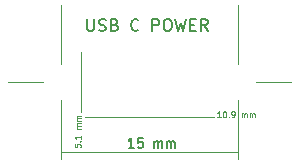
<source format=gbr>
G04 #@! TF.GenerationSoftware,KiCad,Pcbnew,5.1.5+dfsg1-2build2*
G04 #@! TF.CreationDate,2022-07-13T23:15:13-05:00*
G04 #@! TF.ProjectId,usb-c-power-panel,7573622d-632d-4706-9f77-65722d70616e,rev?*
G04 #@! TF.SameCoordinates,Original*
G04 #@! TF.FileFunction,Legend,Top*
G04 #@! TF.FilePolarity,Positive*
%FSLAX46Y46*%
G04 Gerber Fmt 4.6, Leading zero omitted, Abs format (unit mm)*
G04 Created by KiCad (PCBNEW 5.1.5+dfsg1-2build2) date 2022-07-13 23:15:13*
%MOMM*%
%LPD*%
G04 APERTURE LIST*
%ADD10C,0.120000*%
%ADD11C,0.125000*%
%ADD12C,0.150000*%
G04 APERTURE END LIST*
D10*
X105000000Y-113000000D02*
X120000000Y-113000000D01*
D11*
X118517516Y-110030390D02*
X118231801Y-110030390D01*
X118374659Y-110030390D02*
X118374659Y-109530390D01*
X118327040Y-109601819D01*
X118279420Y-109649438D01*
X118231801Y-109673247D01*
X118827040Y-109530390D02*
X118874659Y-109530390D01*
X118922278Y-109554200D01*
X118946087Y-109578009D01*
X118969897Y-109625628D01*
X118993706Y-109720866D01*
X118993706Y-109839914D01*
X118969897Y-109935152D01*
X118946087Y-109982771D01*
X118922278Y-110006580D01*
X118874659Y-110030390D01*
X118827040Y-110030390D01*
X118779420Y-110006580D01*
X118755611Y-109982771D01*
X118731801Y-109935152D01*
X118707992Y-109839914D01*
X118707992Y-109720866D01*
X118731801Y-109625628D01*
X118755611Y-109578009D01*
X118779420Y-109554200D01*
X118827040Y-109530390D01*
X119207992Y-109982771D02*
X119231801Y-110006580D01*
X119207992Y-110030390D01*
X119184182Y-110006580D01*
X119207992Y-109982771D01*
X119207992Y-110030390D01*
X119469897Y-110030390D02*
X119565135Y-110030390D01*
X119612754Y-110006580D01*
X119636563Y-109982771D01*
X119684182Y-109911342D01*
X119707992Y-109816104D01*
X119707992Y-109625628D01*
X119684182Y-109578009D01*
X119660373Y-109554200D01*
X119612754Y-109530390D01*
X119517516Y-109530390D01*
X119469897Y-109554200D01*
X119446087Y-109578009D01*
X119422278Y-109625628D01*
X119422278Y-109744676D01*
X119446087Y-109792295D01*
X119469897Y-109816104D01*
X119517516Y-109839914D01*
X119612754Y-109839914D01*
X119660373Y-109816104D01*
X119684182Y-109792295D01*
X119707992Y-109744676D01*
X120303230Y-110030390D02*
X120303230Y-109697057D01*
X120303230Y-109744676D02*
X120327040Y-109720866D01*
X120374659Y-109697057D01*
X120446087Y-109697057D01*
X120493706Y-109720866D01*
X120517516Y-109768485D01*
X120517516Y-110030390D01*
X120517516Y-109768485D02*
X120541325Y-109720866D01*
X120588944Y-109697057D01*
X120660373Y-109697057D01*
X120707992Y-109720866D01*
X120731801Y-109768485D01*
X120731801Y-110030390D01*
X120969897Y-110030390D02*
X120969897Y-109697057D01*
X120969897Y-109744676D02*
X120993706Y-109720866D01*
X121041325Y-109697057D01*
X121112754Y-109697057D01*
X121160373Y-109720866D01*
X121184182Y-109768485D01*
X121184182Y-110030390D01*
X121184182Y-109768485D02*
X121207992Y-109720866D01*
X121255611Y-109697057D01*
X121327040Y-109697057D01*
X121374659Y-109720866D01*
X121398468Y-109768485D01*
X121398468Y-110030390D01*
D10*
X107050000Y-110000000D02*
X117950000Y-110000000D01*
X106700000Y-104500000D02*
X106670000Y-109600000D01*
D11*
X106157270Y-112321838D02*
X106157270Y-112559933D01*
X106395365Y-112583742D01*
X106371556Y-112559933D01*
X106347746Y-112512314D01*
X106347746Y-112393266D01*
X106371556Y-112345647D01*
X106395365Y-112321838D01*
X106442984Y-112298028D01*
X106562032Y-112298028D01*
X106609651Y-112321838D01*
X106633460Y-112345647D01*
X106657270Y-112393266D01*
X106657270Y-112512314D01*
X106633460Y-112559933D01*
X106609651Y-112583742D01*
X106609651Y-112083742D02*
X106633460Y-112059933D01*
X106657270Y-112083742D01*
X106633460Y-112107552D01*
X106609651Y-112083742D01*
X106657270Y-112083742D01*
X106657270Y-111583742D02*
X106657270Y-111869457D01*
X106657270Y-111726600D02*
X106157270Y-111726600D01*
X106228699Y-111774219D01*
X106276318Y-111821838D01*
X106300127Y-111869457D01*
X106657270Y-110988504D02*
X106323937Y-110988504D01*
X106371556Y-110988504D02*
X106347746Y-110964695D01*
X106323937Y-110917076D01*
X106323937Y-110845647D01*
X106347746Y-110798028D01*
X106395365Y-110774219D01*
X106657270Y-110774219D01*
X106395365Y-110774219D02*
X106347746Y-110750409D01*
X106323937Y-110702790D01*
X106323937Y-110631361D01*
X106347746Y-110583742D01*
X106395365Y-110559933D01*
X106657270Y-110559933D01*
X106657270Y-110321838D02*
X106323937Y-110321838D01*
X106371556Y-110321838D02*
X106347746Y-110298028D01*
X106323937Y-110250409D01*
X106323937Y-110178980D01*
X106347746Y-110131361D01*
X106395365Y-110107552D01*
X106657270Y-110107552D01*
X106395365Y-110107552D02*
X106347746Y-110083742D01*
X106323937Y-110036123D01*
X106323937Y-109964695D01*
X106347746Y-109917076D01*
X106395365Y-109893266D01*
X106657270Y-109893266D01*
D12*
X111181070Y-112594344D02*
X110723927Y-112594344D01*
X110952499Y-112594344D02*
X110952499Y-111794344D01*
X110876308Y-111908630D01*
X110800118Y-111984820D01*
X110723927Y-112022916D01*
X111904880Y-111794344D02*
X111523927Y-111794344D01*
X111485832Y-112175297D01*
X111523927Y-112137201D01*
X111600118Y-112099106D01*
X111790594Y-112099106D01*
X111866784Y-112137201D01*
X111904880Y-112175297D01*
X111942975Y-112251487D01*
X111942975Y-112441963D01*
X111904880Y-112518154D01*
X111866784Y-112556249D01*
X111790594Y-112594344D01*
X111600118Y-112594344D01*
X111523927Y-112556249D01*
X111485832Y-112518154D01*
X112895356Y-112594344D02*
X112895356Y-112061011D01*
X112895356Y-112137201D02*
X112933451Y-112099106D01*
X113009641Y-112061011D01*
X113123927Y-112061011D01*
X113200118Y-112099106D01*
X113238213Y-112175297D01*
X113238213Y-112594344D01*
X113238213Y-112175297D02*
X113276308Y-112099106D01*
X113352499Y-112061011D01*
X113466784Y-112061011D01*
X113542975Y-112099106D01*
X113581070Y-112175297D01*
X113581070Y-112594344D01*
X113962022Y-112594344D02*
X113962022Y-112061011D01*
X113962022Y-112137201D02*
X114000118Y-112099106D01*
X114076308Y-112061011D01*
X114190594Y-112061011D01*
X114266784Y-112099106D01*
X114304880Y-112175297D01*
X114304880Y-112594344D01*
X114304880Y-112175297D02*
X114342975Y-112099106D01*
X114419165Y-112061011D01*
X114533451Y-112061011D01*
X114609641Y-112099106D01*
X114647737Y-112175297D01*
X114647737Y-112594344D01*
X107216891Y-101733100D02*
X107216891Y-102542624D01*
X107264510Y-102637862D01*
X107312129Y-102685481D01*
X107407367Y-102733100D01*
X107597843Y-102733100D01*
X107693081Y-102685481D01*
X107740700Y-102637862D01*
X107788320Y-102542624D01*
X107788320Y-101733100D01*
X108216891Y-102685481D02*
X108359748Y-102733100D01*
X108597843Y-102733100D01*
X108693081Y-102685481D01*
X108740700Y-102637862D01*
X108788320Y-102542624D01*
X108788320Y-102447386D01*
X108740700Y-102352148D01*
X108693081Y-102304529D01*
X108597843Y-102256910D01*
X108407367Y-102209291D01*
X108312129Y-102161672D01*
X108264510Y-102114053D01*
X108216891Y-102018815D01*
X108216891Y-101923577D01*
X108264510Y-101828339D01*
X108312129Y-101780720D01*
X108407367Y-101733100D01*
X108645462Y-101733100D01*
X108788320Y-101780720D01*
X109550224Y-102209291D02*
X109693081Y-102256910D01*
X109740700Y-102304529D01*
X109788320Y-102399767D01*
X109788320Y-102542624D01*
X109740700Y-102637862D01*
X109693081Y-102685481D01*
X109597843Y-102733100D01*
X109216891Y-102733100D01*
X109216891Y-101733100D01*
X109550224Y-101733100D01*
X109645462Y-101780720D01*
X109693081Y-101828339D01*
X109740700Y-101923577D01*
X109740700Y-102018815D01*
X109693081Y-102114053D01*
X109645462Y-102161672D01*
X109550224Y-102209291D01*
X109216891Y-102209291D01*
X111550224Y-102637862D02*
X111502605Y-102685481D01*
X111359748Y-102733100D01*
X111264510Y-102733100D01*
X111121653Y-102685481D01*
X111026415Y-102590243D01*
X110978796Y-102495005D01*
X110931177Y-102304529D01*
X110931177Y-102161672D01*
X110978796Y-101971196D01*
X111026415Y-101875958D01*
X111121653Y-101780720D01*
X111264510Y-101733100D01*
X111359748Y-101733100D01*
X111502605Y-101780720D01*
X111550224Y-101828339D01*
X112740700Y-102733100D02*
X112740700Y-101733100D01*
X113121653Y-101733100D01*
X113216891Y-101780720D01*
X113264510Y-101828339D01*
X113312129Y-101923577D01*
X113312129Y-102066434D01*
X113264510Y-102161672D01*
X113216891Y-102209291D01*
X113121653Y-102256910D01*
X112740700Y-102256910D01*
X113931177Y-101733100D02*
X114121653Y-101733100D01*
X114216891Y-101780720D01*
X114312129Y-101875958D01*
X114359748Y-102066434D01*
X114359748Y-102399767D01*
X114312129Y-102590243D01*
X114216891Y-102685481D01*
X114121653Y-102733100D01*
X113931177Y-102733100D01*
X113835939Y-102685481D01*
X113740700Y-102590243D01*
X113693081Y-102399767D01*
X113693081Y-102066434D01*
X113740700Y-101875958D01*
X113835939Y-101780720D01*
X113931177Y-101733100D01*
X114693081Y-101733100D02*
X114931177Y-102733100D01*
X115121653Y-102018815D01*
X115312129Y-102733100D01*
X115550224Y-101733100D01*
X115931177Y-102209291D02*
X116264510Y-102209291D01*
X116407367Y-102733100D02*
X115931177Y-102733100D01*
X115931177Y-101733100D01*
X116407367Y-101733100D01*
X117407367Y-102733100D02*
X117074034Y-102256910D01*
X116835939Y-102733100D02*
X116835939Y-101733100D01*
X117216891Y-101733100D01*
X117312129Y-101780720D01*
X117359748Y-101828339D01*
X117407367Y-101923577D01*
X117407367Y-102066434D01*
X117359748Y-102161672D01*
X117312129Y-102209291D01*
X117216891Y-102256910D01*
X116835939Y-102256910D01*
D10*
X120000000Y-108550000D02*
X120000000Y-113600000D01*
X120000000Y-100500000D02*
X120000000Y-105550000D01*
X105000000Y-108550000D02*
X105000000Y-113600000D01*
X105000000Y-100500000D02*
X105000000Y-105550000D01*
X121500000Y-107050000D02*
X124500000Y-107050000D01*
X100500000Y-107050000D02*
X103500000Y-107050000D01*
M02*

</source>
